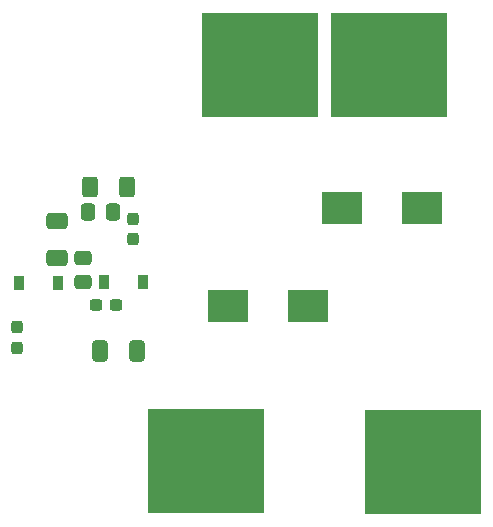
<source format=gbp>
G04 #@! TF.GenerationSoftware,KiCad,Pcbnew,(6.0.1)*
G04 #@! TF.CreationDate,2022-06-09T14:03:21-07:00*
G04 #@! TF.ProjectId,StereoPSRev1_2,53746572-656f-4505-9352-6576315f322e,rev?*
G04 #@! TF.SameCoordinates,Original*
G04 #@! TF.FileFunction,Paste,Bot*
G04 #@! TF.FilePolarity,Positive*
%FSLAX46Y46*%
G04 Gerber Fmt 4.6, Leading zero omitted, Abs format (unit mm)*
G04 Created by KiCad (PCBNEW (6.0.1)) date 2022-06-09 14:03:21*
%MOMM*%
%LPD*%
G01*
G04 APERTURE LIST*
G04 Aperture macros list*
%AMRoundRect*
0 Rectangle with rounded corners*
0 $1 Rounding radius*
0 $2 $3 $4 $5 $6 $7 $8 $9 X,Y pos of 4 corners*
0 Add a 4 corners polygon primitive as box body*
4,1,4,$2,$3,$4,$5,$6,$7,$8,$9,$2,$3,0*
0 Add four circle primitives for the rounded corners*
1,1,$1+$1,$2,$3*
1,1,$1+$1,$4,$5*
1,1,$1+$1,$6,$7*
1,1,$1+$1,$8,$9*
0 Add four rect primitives between the rounded corners*
20,1,$1+$1,$2,$3,$4,$5,0*
20,1,$1+$1,$4,$5,$6,$7,0*
20,1,$1+$1,$6,$7,$8,$9,0*
20,1,$1+$1,$8,$9,$2,$3,0*%
G04 Aperture macros list end*
%ADD10RoundRect,0.250000X0.650000X-0.412500X0.650000X0.412500X-0.650000X0.412500X-0.650000X-0.412500X0*%
%ADD11R,0.900000X1.200000*%
%ADD12R,3.500000X2.700000*%
%ADD13R,9.881000X8.881000*%
%ADD14RoundRect,0.250000X-0.400000X-0.625000X0.400000X-0.625000X0.400000X0.625000X-0.400000X0.625000X0*%
%ADD15RoundRect,0.237500X-0.300000X-0.237500X0.300000X-0.237500X0.300000X0.237500X-0.300000X0.237500X0*%
%ADD16RoundRect,0.250000X-0.337500X-0.475000X0.337500X-0.475000X0.337500X0.475000X-0.337500X0.475000X0*%
%ADD17RoundRect,0.250000X-0.412500X-0.650000X0.412500X-0.650000X0.412500X0.650000X-0.412500X0.650000X0*%
%ADD18RoundRect,0.250000X0.475000X-0.337500X0.475000X0.337500X-0.475000X0.337500X-0.475000X-0.337500X0*%
%ADD19RoundRect,0.237500X0.237500X-0.300000X0.237500X0.300000X-0.237500X0.300000X-0.237500X-0.300000X0*%
%ADD20RoundRect,0.237500X-0.237500X0.300000X-0.237500X-0.300000X0.237500X-0.300000X0.237500X0.300000X0*%
G04 APERTURE END LIST*
D10*
X114688340Y-96507550D03*
X114688340Y-93382550D03*
D11*
X121938340Y-98545050D03*
X118638340Y-98545050D03*
D12*
X135900000Y-100600000D03*
X129100000Y-100600000D03*
D13*
X142740500Y-80159500D03*
D14*
X117450000Y-90500000D03*
X120550000Y-90500000D03*
D15*
X117937500Y-100500000D03*
X119662500Y-100500000D03*
D16*
X117308840Y-92670550D03*
X119383840Y-92670550D03*
D13*
X145619500Y-113810500D03*
D12*
X145600000Y-92300000D03*
X138800000Y-92300000D03*
D17*
X118275000Y-104400000D03*
X121400000Y-104400000D03*
D13*
X131840500Y-80159500D03*
D18*
X116888340Y-98582550D03*
X116888340Y-96507550D03*
D19*
X111300000Y-104125000D03*
X111300000Y-102400000D03*
D20*
X121101920Y-93237500D03*
X121101920Y-94962500D03*
D13*
X127259500Y-113740500D03*
D11*
X111458340Y-98645050D03*
X114758340Y-98645050D03*
M02*

</source>
